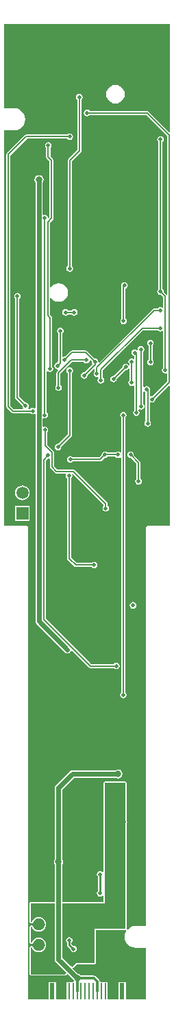
<source format=gbl>
%FSLAX25Y25*%
%MOIN*%
G70*
G01*
G75*
G04 Layer_Physical_Order=2*
G04 Layer_Color=16711680*
%ADD10R,0.00984X0.03150*%
%ADD11R,0.03150X0.00984*%
%ADD12R,0.17716X0.17716*%
%ADD13R,0.07874X0.07874*%
%ADD14R,0.02362X0.02756*%
%ADD15R,0.02756X0.02362*%
%ADD16R,0.03150X0.03937*%
%ADD17R,0.02559X0.02165*%
%ADD18R,0.02165X0.02559*%
%ADD19R,0.03543X0.03150*%
%ADD20R,0.03543X0.03150*%
%ADD21R,0.01575X0.03937*%
%ADD22O,0.01181X0.07874*%
%ADD23R,0.01181X0.07874*%
%ADD24R,0.03937X0.01575*%
%ADD25R,0.02362X0.07874*%
%ADD26R,0.01063X0.07874*%
%ADD27R,0.05906X0.12992*%
%ADD28R,0.05906X0.03937*%
%ADD29R,0.03150X0.02559*%
%ADD30R,0.05118X0.15748*%
%ADD31C,0.05906*%
%ADD32R,0.03150X0.03543*%
%ADD33R,0.03150X0.03543*%
%ADD34R,0.06299X0.07480*%
%ADD35R,0.02756X0.13386*%
%ADD36R,0.07874X0.10000*%
%ADD37R,0.11417X0.11417*%
%ADD38C,0.00787*%
%ADD39C,0.01575*%
%ADD40C,0.02362*%
%ADD41C,0.01000*%
%ADD42C,0.01181*%
%ADD43R,0.05906X0.05906*%
%ADD44C,0.01969*%
%ADD45C,0.03150*%
%ADD46C,0.02756*%
G36*
X60180Y-441588D02*
X60316Y-441765D01*
X60434Y-442051D01*
X60318Y-442202D01*
X59782Y-443495D01*
X59600Y-444882D01*
X59782Y-446270D01*
X60318Y-447563D01*
X61170Y-448673D01*
X62280Y-449525D01*
X63573Y-450060D01*
X64961Y-450243D01*
Y-450216D01*
X69863D01*
Y-475375D01*
X60210D01*
Y-466812D01*
X56666D01*
Y-475375D01*
X51410D01*
Y-466812D01*
X48673D01*
X47556Y-466589D01*
X47464Y-466128D01*
X47203Y-465737D01*
X47203Y-465737D01*
X45496Y-464030D01*
X45105Y-463769D01*
X44644Y-463678D01*
X44644Y-463678D01*
X38360D01*
X38122Y-463321D01*
X37406Y-462842D01*
X36994Y-462760D01*
X34370Y-460136D01*
X34400Y-460070D01*
D01*
X34400D01*
D01*
D01*
X34400Y-460070D01*
D01*
X34512Y-459973D01*
X34649Y-459916D01*
X36406Y-458159D01*
X44833D01*
X44951Y-458110D01*
X45078Y-458110D01*
X45168Y-458073D01*
D01*
D01*
X45168Y-458073D01*
X45258Y-457983D01*
X45285Y-457972D01*
X45297Y-457944D01*
X45341Y-457900D01*
X45385Y-457856D01*
X45413Y-457844D01*
X45424Y-457817D01*
X45514Y-457727D01*
X45514Y-457727D01*
X45514Y-457727D01*
Y-457727D01*
Y-457727D01*
X45514D01*
X45514D01*
X45514Y-457727D01*
Y-457727D01*
X45551Y-457637D01*
Y-457582D01*
X45600Y-457393D01*
X45600Y-457393D01*
X45600Y-457393D01*
Y-441663D01*
X59873D01*
X59935Y-441637D01*
X60000D01*
X60055Y-441614D01*
X60118D01*
X60180Y-441588D01*
X60180Y-441588D01*
D02*
G37*
G36*
X25674Y-455801D02*
X25811Y-456493D01*
X26203Y-457079D01*
X31393Y-462268D01*
X31143Y-462519D01*
X30680Y-462981D01*
X30463Y-463071D01*
X14104D01*
X14014Y-463034D01*
X13976Y-462944D01*
Y-450246D01*
X14378Y-449949D01*
X14562Y-450004D01*
X14795Y-450567D01*
X15363Y-451307D01*
X16103Y-451875D01*
X16965Y-452232D01*
X17890Y-452354D01*
X18815Y-452232D01*
X19677Y-451875D01*
X20417Y-451307D01*
X20985Y-450567D01*
X21342Y-449705D01*
X21464Y-448780D01*
X21342Y-447855D01*
X20985Y-446993D01*
X20417Y-446253D01*
X19677Y-445685D01*
X18815Y-445328D01*
X17890Y-445206D01*
X16965Y-445328D01*
X16103Y-445685D01*
X15363Y-446253D01*
X14795Y-446993D01*
X14562Y-447556D01*
X14378Y-447611D01*
X13976Y-447314D01*
Y-440246D01*
X14378Y-439949D01*
X14562Y-440004D01*
X14795Y-440567D01*
X15363Y-441307D01*
X16103Y-441875D01*
X16965Y-442232D01*
X17890Y-442354D01*
X18815Y-442232D01*
X19677Y-441875D01*
X20417Y-441307D01*
X20985Y-440567D01*
X21342Y-439705D01*
X21464Y-438780D01*
X21342Y-437855D01*
X20985Y-436993D01*
X20417Y-436253D01*
X19677Y-435685D01*
X18815Y-435328D01*
X17890Y-435206D01*
X16965Y-435328D01*
X16103Y-435685D01*
X15363Y-436253D01*
X14795Y-436993D01*
X14562Y-437556D01*
X14378Y-437611D01*
X13976Y-437314D01*
Y-428631D01*
X14014Y-428541D01*
X14104Y-428504D01*
X25674D01*
Y-455801D01*
D02*
G37*
G36*
X59963Y-370037D02*
X60000Y-370127D01*
Y-388292D01*
Y-389814D01*
Y-440998D01*
X59935D01*
X59873Y-441024D01*
X44961D01*
Y-441663D01*
X44961Y-441663D01*
X44961D01*
Y-457393D01*
X44923Y-457482D01*
X44833Y-457520D01*
X36102D01*
Y-457559D01*
X35954Y-457707D01*
X34197Y-459464D01*
X33197Y-458964D01*
X29287Y-455053D01*
Y-428504D01*
X50000D01*
Y-370127D01*
X50037Y-370037D01*
X50127Y-370000D01*
X59873D01*
X59963Y-370037D01*
D02*
G37*
G36*
X81674Y-53223D02*
X81212Y-53415D01*
X71261Y-43464D01*
X70935Y-43246D01*
X70551Y-43170D01*
X42601D01*
X42513Y-43038D01*
X41992Y-42690D01*
X41378Y-42568D01*
X40764Y-42690D01*
X40243Y-43038D01*
X39895Y-43559D01*
X39772Y-44173D01*
X39895Y-44788D01*
X40243Y-45309D01*
X40764Y-45657D01*
X41378Y-45779D01*
X41992Y-45657D01*
X42513Y-45309D01*
X42601Y-45177D01*
X70135D01*
X80296Y-55337D01*
Y-132263D01*
X79834Y-132455D01*
X78605Y-131226D01*
X78636Y-131070D01*
X78513Y-130456D01*
X78165Y-129935D01*
X78034Y-129847D01*
Y-58254D01*
X78165Y-58165D01*
X78513Y-57644D01*
X78636Y-57030D01*
X78513Y-56415D01*
X78165Y-55895D01*
X77644Y-55547D01*
X77030Y-55424D01*
X76415Y-55547D01*
X75895Y-55895D01*
X75547Y-56415D01*
X75424Y-57030D01*
X75547Y-57644D01*
X75895Y-58165D01*
X76026Y-58254D01*
Y-129847D01*
X75895Y-129935D01*
X75547Y-130456D01*
X75424Y-131070D01*
X75547Y-131685D01*
X75895Y-132205D01*
X76415Y-132553D01*
X77030Y-132676D01*
X77185Y-132645D01*
X78327Y-133786D01*
Y-138562D01*
X77886Y-138798D01*
X77644Y-138637D01*
X77030Y-138514D01*
X76415Y-138637D01*
X75895Y-138985D01*
X75806Y-139117D01*
X74014D01*
X73630Y-139193D01*
X73522Y-139265D01*
X73304Y-139410D01*
X47234Y-165481D01*
X46793Y-165245D01*
X46802Y-165197D01*
X46680Y-164582D01*
X46332Y-164061D01*
X45811Y-163713D01*
X45197Y-163591D01*
X45041Y-163622D01*
X41379Y-159960D01*
X41053Y-159742D01*
X40669Y-159666D01*
X34016D01*
X33632Y-159742D01*
X33306Y-159960D01*
X30542Y-162724D01*
X30386Y-162693D01*
X29772Y-162815D01*
X29350Y-162590D01*
Y-151420D01*
X29482Y-151332D01*
X29830Y-150811D01*
X29952Y-150197D01*
X29830Y-149582D01*
X29482Y-149062D01*
X28961Y-148713D01*
X28346Y-148591D01*
X27732Y-148713D01*
X27211Y-149062D01*
X26863Y-149582D01*
X26741Y-150197D01*
X26863Y-150811D01*
X27211Y-151332D01*
X27343Y-151420D01*
Y-164310D01*
X27087Y-165599D01*
X26472Y-165721D01*
X25951Y-166069D01*
X25603Y-166590D01*
X25481Y-167205D01*
X25603Y-167819D01*
X25951Y-168340D01*
X26472Y-168688D01*
X27087Y-168810D01*
X27192Y-169341D01*
X26731Y-169802D01*
X26514Y-170128D01*
X26437Y-170512D01*
X26437Y-170512D01*
X26437D01*
X26437Y-170512D01*
X26437D01*
Y-176572D01*
X26306Y-176660D01*
X25958Y-177181D01*
X25835Y-177795D01*
X25958Y-178410D01*
X26306Y-178931D01*
X26827Y-179279D01*
X27441Y-179401D01*
X28055Y-179279D01*
X28576Y-178931D01*
X28924Y-178410D01*
X29047Y-177795D01*
X28924Y-177181D01*
X28576Y-176660D01*
X28444Y-176572D01*
Y-170928D01*
X33977Y-165395D01*
X39779D01*
X39867Y-165527D01*
X40388Y-165875D01*
X41002Y-165997D01*
X41617Y-165875D01*
X42138Y-165527D01*
X42486Y-165006D01*
X42565Y-164608D01*
X43043Y-164462D01*
X43622Y-165041D01*
X43591Y-165197D01*
X43713Y-165811D01*
X44045Y-166307D01*
X40116Y-170236D01*
X39961Y-170205D01*
X39346Y-170328D01*
X38825Y-170676D01*
X38477Y-171197D01*
X38355Y-171811D01*
X38477Y-172425D01*
X38825Y-172946D01*
X39346Y-173294D01*
X39961Y-173417D01*
X40575Y-173294D01*
X41096Y-172946D01*
X41444Y-172425D01*
X41566Y-171811D01*
X41535Y-171655D01*
X44669Y-168522D01*
X45131Y-168713D01*
Y-169729D01*
X44999Y-169817D01*
X44651Y-170338D01*
X44529Y-170952D01*
X44651Y-171567D01*
X44999Y-172088D01*
X45520Y-172435D01*
X46134Y-172558D01*
X46713Y-172443D01*
X47100Y-172760D01*
D01*
X46935Y-172998D01*
X46935Y-172998D01*
X46587Y-173519D01*
X46465Y-174134D01*
X46587Y-174748D01*
X46935Y-175269D01*
X47456Y-175617D01*
X48071Y-175739D01*
X48685Y-175617D01*
X49206Y-175269D01*
X49554Y-174748D01*
X49676Y-174134D01*
X49554Y-173519D01*
X49206Y-172998D01*
X49106Y-172932D01*
Y-170105D01*
X49074Y-169943D01*
Y-169365D01*
X68606Y-149834D01*
X75806D01*
X75895Y-149965D01*
X76415Y-150313D01*
X77030Y-150436D01*
X77644Y-150313D01*
X77886Y-150152D01*
X78327Y-150388D01*
Y-168028D01*
X78195Y-168116D01*
X77847Y-168637D01*
X77725Y-169252D01*
X77847Y-169866D01*
X78195Y-170387D01*
X78716Y-170735D01*
X79331Y-170857D01*
X79909Y-170742D01*
X80296Y-171059D01*
Y-174702D01*
X73148Y-181851D01*
X72992Y-181820D01*
X72378Y-181942D01*
X72264Y-182017D01*
X71824Y-181782D01*
Y-179218D01*
X71838Y-179197D01*
X71960Y-178583D01*
X71838Y-177968D01*
X71490Y-177447D01*
X70969Y-177099D01*
X70354Y-176977D01*
X69740Y-177099D01*
X69219Y-177447D01*
X69159Y-177537D01*
X68681Y-177392D01*
Y-160278D01*
X68694Y-160269D01*
X69042Y-159748D01*
X69165Y-159134D01*
X69042Y-158519D01*
X68694Y-157999D01*
X68173Y-157650D01*
X67559Y-157528D01*
X66945Y-157650D01*
X66424Y-157999D01*
X66076Y-158519D01*
X65953Y-159134D01*
X65980Y-159269D01*
X65565Y-159547D01*
X65142Y-159265D01*
X64528Y-159142D01*
X63913Y-159265D01*
X63392Y-159613D01*
X63044Y-160134D01*
X62922Y-160748D01*
X63044Y-161363D01*
X63392Y-161883D01*
X63913Y-162232D01*
X64311Y-162311D01*
Y-163523D01*
X63871Y-163758D01*
X63685Y-163635D01*
X63071Y-163513D01*
X62456Y-163635D01*
X61936Y-163983D01*
X61587Y-164504D01*
X61465Y-165118D01*
X61587Y-165733D01*
X61936Y-166253D01*
X62013Y-166305D01*
X61939Y-166800D01*
X61589Y-166906D01*
X61293Y-166463D01*
X60772Y-166115D01*
X60158Y-165993D01*
X59543Y-166115D01*
X59022Y-166463D01*
X58674Y-166984D01*
X58552Y-167598D01*
X58583Y-167754D01*
X54329Y-172008D01*
X54173Y-171977D01*
X53559Y-172099D01*
X53038Y-172447D01*
X52690Y-172968D01*
X52568Y-173583D01*
X52690Y-174197D01*
X53038Y-174718D01*
X53559Y-175066D01*
X54173Y-175188D01*
X54788Y-175066D01*
X55309Y-174718D01*
X55657Y-174197D01*
X55779Y-173583D01*
X55748Y-173427D01*
X60002Y-169173D01*
X60158Y-169204D01*
X60772Y-169082D01*
X61293Y-168734D01*
X61589Y-168291D01*
X62067Y-168436D01*
Y-174091D01*
X61936Y-174180D01*
X61587Y-174700D01*
X61465Y-175315D01*
X61587Y-175929D01*
X61936Y-176450D01*
X62456Y-176798D01*
X63071Y-176921D01*
X63685Y-176798D01*
X63871Y-176675D01*
X64311Y-176910D01*
Y-188698D01*
X64180Y-188786D01*
X63832Y-189307D01*
X63709Y-189921D01*
X63832Y-190536D01*
X64180Y-191057D01*
X64701Y-191405D01*
X65315Y-191527D01*
X65929Y-191405D01*
X66450Y-191057D01*
X66798Y-190536D01*
X66921Y-189921D01*
X66798Y-189307D01*
X66450Y-188786D01*
X66319Y-188698D01*
Y-188406D01*
X66760Y-188171D01*
X67063Y-188373D01*
X67677Y-188495D01*
X68292Y-188373D01*
X68813Y-188025D01*
X69161Y-187504D01*
X69283Y-186890D01*
X69161Y-186275D01*
X68813Y-185754D01*
X68681Y-185666D01*
Y-179774D01*
X69159Y-179629D01*
X69219Y-179718D01*
X69740Y-180066D01*
X69816Y-180081D01*
Y-193980D01*
X69685Y-194068D01*
X69337Y-194589D01*
X69214Y-195204D01*
X69337Y-195818D01*
X69685Y-196339D01*
X70205Y-196687D01*
X70820Y-196809D01*
X71434Y-196687D01*
X71955Y-196339D01*
X72303Y-195818D01*
X72426Y-195204D01*
X72303Y-194589D01*
X71955Y-194068D01*
X71824Y-193980D01*
Y-185069D01*
X72264Y-184833D01*
X72378Y-184909D01*
X72992Y-185031D01*
X73607Y-184909D01*
X74128Y-184561D01*
X74476Y-184040D01*
X74598Y-183425D01*
X74567Y-183270D01*
X81212Y-176625D01*
X81674Y-176816D01*
Y-245060D01*
X70866D01*
X70482Y-245136D01*
X70157Y-245354D01*
X69939Y-245679D01*
X69863Y-246063D01*
Y-439548D01*
X64961D01*
Y-439521D01*
X63573Y-439704D01*
X62280Y-440239D01*
X61170Y-441091D01*
X61097Y-441187D01*
X60639Y-440998D01*
Y-389814D01*
X60737Y-389668D01*
X60859Y-389053D01*
X60737Y-388439D01*
X60639Y-388292D01*
Y-370127D01*
X60590Y-370010D01*
X60590Y-369882D01*
X60553Y-369793D01*
D01*
D01*
X60553Y-369793D01*
X60463Y-369703D01*
X60452Y-369675D01*
X60424Y-369664D01*
X60380Y-369620D01*
X60336Y-369576D01*
X60325Y-369548D01*
X60297Y-369537D01*
X60207Y-369447D01*
X60207Y-369447D01*
D01*
D01*
X60118Y-369409D01*
X59990Y-369409D01*
X59873Y-369361D01*
X50127D01*
X50010Y-369409D01*
X49883Y-369409D01*
X49793Y-369447D01*
D01*
D01*
X49793Y-369447D01*
X49703Y-369537D01*
X49675Y-369548D01*
X49664Y-369576D01*
X49620Y-369620D01*
X49576Y-369664D01*
X49548Y-369675D01*
X49537Y-369703D01*
X49447Y-369793D01*
X49447Y-369793D01*
D01*
D01*
X49409Y-369882D01*
X49409Y-370010D01*
X49361Y-370127D01*
Y-413233D01*
X48882Y-413378D01*
X48812Y-413274D01*
X48292Y-412926D01*
X47677Y-412804D01*
X47063Y-412926D01*
X46542Y-413274D01*
X46194Y-413795D01*
X46071Y-414409D01*
X46194Y-415024D01*
X46542Y-415545D01*
X46565Y-415560D01*
Y-422471D01*
X46542Y-422487D01*
X46194Y-423008D01*
X46071Y-423622D01*
X46194Y-424236D01*
X46542Y-424757D01*
X47063Y-425105D01*
X47677Y-425228D01*
X48292Y-425105D01*
X48812Y-424757D01*
X48882Y-424653D01*
X49361Y-424798D01*
Y-427865D01*
X29287D01*
Y-409580D01*
X29520Y-409231D01*
X29688Y-408386D01*
X29520Y-407541D01*
X29287Y-407192D01*
Y-373110D01*
X34961Y-367436D01*
X55223D01*
X55572Y-367670D01*
X56417Y-367838D01*
X57262Y-367670D01*
X57978Y-367191D01*
X58457Y-366475D01*
X58625Y-365630D01*
X58457Y-364785D01*
X57978Y-364069D01*
X57262Y-363590D01*
X56417Y-363422D01*
X55572Y-363590D01*
X55223Y-363824D01*
X34213D01*
X33521Y-363961D01*
X32935Y-364353D01*
X26203Y-371085D01*
X25811Y-371671D01*
X25674Y-372362D01*
X25674Y-372362D01*
X25674D01*
X25674Y-372362D01*
X25674D01*
Y-407192D01*
X25441Y-407541D01*
X25273Y-408386D01*
X25441Y-409231D01*
X25674Y-409580D01*
Y-427865D01*
X14104D01*
X13986Y-427913D01*
X13859Y-427913D01*
X13769Y-427951D01*
D01*
D01*
X13769Y-427951D01*
X13679Y-428041D01*
X13652Y-428052D01*
X13640Y-428080D01*
X13596Y-428124D01*
X13552Y-428168D01*
X13524Y-428179D01*
X13513Y-428207D01*
X13423Y-428297D01*
X13423Y-428297D01*
D01*
D01*
X13386Y-428386D01*
X13386Y-428514D01*
X13337Y-428631D01*
Y-437314D01*
X13356Y-437359D01*
X13344Y-437407D01*
X13447Y-437580D01*
X13524Y-437766D01*
X13570Y-437784D01*
X13596Y-437827D01*
X13997Y-438125D01*
X14045Y-438137D01*
X14077Y-438175D01*
X14277Y-438195D01*
X14472Y-438244D01*
X14514Y-438218D01*
X14564Y-438223D01*
X14748Y-438167D01*
X14773Y-438146D01*
X14807D01*
X14959Y-437994D01*
X15126Y-437857D01*
X15129Y-437824D01*
X15153Y-437800D01*
X15353Y-437315D01*
X15819Y-436709D01*
X16425Y-436243D01*
X17132Y-435951D01*
X17890Y-435851D01*
X18648Y-435951D01*
X19355Y-436243D01*
X19961Y-436709D01*
X20427Y-437315D01*
X20719Y-438022D01*
X20819Y-438780D01*
X20719Y-439538D01*
X20427Y-440245D01*
X19961Y-440851D01*
X19355Y-441317D01*
X18648Y-441609D01*
X17890Y-441709D01*
X17132Y-441609D01*
X16425Y-441317D01*
X15819Y-440851D01*
X15353Y-440245D01*
X15152Y-439760D01*
X15129Y-439736D01*
X15126Y-439703D01*
X14959Y-439566D01*
X14807Y-439414D01*
X14773D01*
X14747Y-439393D01*
X14563Y-439337D01*
X14514Y-439342D01*
X14472Y-439316D01*
X14277Y-439365D01*
X14077Y-439385D01*
X14045Y-439423D01*
X13997Y-439435D01*
X13596Y-439733D01*
X13570Y-439776D01*
X13524Y-439794D01*
X13447Y-439980D01*
X13344Y-440153D01*
X13356Y-440201D01*
X13337Y-440246D01*
Y-447314D01*
X13356Y-447359D01*
X13344Y-447407D01*
X13447Y-447580D01*
X13524Y-447766D01*
X13570Y-447785D01*
X13596Y-447827D01*
X13997Y-448125D01*
X14045Y-448137D01*
X14077Y-448175D01*
X14277Y-448195D01*
X14472Y-448244D01*
X14514Y-448218D01*
X14564Y-448223D01*
X14748Y-448167D01*
X14773Y-448146D01*
X14807D01*
X14959Y-447994D01*
X15126Y-447857D01*
X15129Y-447824D01*
X15153Y-447800D01*
X15353Y-447315D01*
X15819Y-446709D01*
X16425Y-446243D01*
X17132Y-445951D01*
X17890Y-445851D01*
X18648Y-445951D01*
X19355Y-446243D01*
X19961Y-446709D01*
X20427Y-447315D01*
X20719Y-448022D01*
X20819Y-448780D01*
X20719Y-449538D01*
X20427Y-450245D01*
X19961Y-450851D01*
X19355Y-451317D01*
X18648Y-451609D01*
X17890Y-451709D01*
X17132Y-451609D01*
X16425Y-451317D01*
X15819Y-450851D01*
X15353Y-450245D01*
X15152Y-449760D01*
X15129Y-449736D01*
X15126Y-449703D01*
X14959Y-449566D01*
X14807Y-449414D01*
X14773D01*
X14747Y-449393D01*
X14563Y-449337D01*
X14514Y-449342D01*
X14472Y-449316D01*
X14277Y-449365D01*
X14077Y-449385D01*
X14045Y-449423D01*
X13997Y-449435D01*
X13596Y-449733D01*
X13570Y-449776D01*
X13524Y-449794D01*
X13447Y-449980D01*
X13344Y-450153D01*
X13356Y-450201D01*
X13337Y-450246D01*
Y-462944D01*
X13386Y-463061D01*
X13386Y-463188D01*
X13423Y-463278D01*
D01*
D01*
X13423Y-463278D01*
X13513Y-463368D01*
X13524Y-463396D01*
X13552Y-463407D01*
X13596Y-463451D01*
X13640Y-463495D01*
X13652Y-463523D01*
X13679Y-463534D01*
X13769Y-463624D01*
X13769Y-463624D01*
D01*
D01*
X13859Y-463661D01*
X13986Y-463661D01*
X14104Y-463710D01*
X30463D01*
X30581Y-463661D01*
X30708D01*
X30925Y-463572D01*
X31015Y-463482D01*
X31132Y-463433D01*
X31595Y-462971D01*
X31595Y-462971D01*
Y-462971D01*
X32095Y-462971D01*
X34439Y-465315D01*
X34521Y-465727D01*
X34952Y-466371D01*
X34716Y-466812D01*
X31450D01*
Y-475375D01*
X26194D01*
Y-466812D01*
X22650D01*
Y-475375D01*
X12815D01*
Y-246063D01*
X12738Y-245679D01*
X12521Y-245354D01*
X12195Y-245136D01*
X11811Y-245060D01*
X1003D01*
Y-52578D01*
X5906D01*
Y-52605D01*
X7293Y-52422D01*
X8586Y-51887D01*
X9696Y-51035D01*
X10548Y-49924D01*
X11084Y-48632D01*
X11266Y-47244D01*
X11084Y-45857D01*
X10548Y-44564D01*
X9696Y-43453D01*
X8586Y-42601D01*
X7293Y-42066D01*
X5906Y-41883D01*
Y-41910D01*
X1003D01*
Y-1003D01*
X81674D01*
Y-53223D01*
D02*
G37*
%LPC*%
G36*
X9820Y-225296D02*
X8895Y-225418D01*
X8033Y-225775D01*
X7293Y-226343D01*
X6725Y-227083D01*
X6368Y-227945D01*
X6246Y-228870D01*
X6368Y-229795D01*
X6725Y-230657D01*
X7293Y-231397D01*
X8033Y-231965D01*
X8895Y-232322D01*
X9820Y-232444D01*
X10745Y-232322D01*
X11607Y-231965D01*
X12347Y-231397D01*
X12915Y-230657D01*
X13272Y-229795D01*
X13394Y-228870D01*
X13272Y-227945D01*
X12915Y-227083D01*
X12347Y-226343D01*
X11607Y-225775D01*
X10745Y-225418D01*
X9820Y-225296D01*
D02*
G37*
G36*
X62520Y-208788D02*
X61905Y-208910D01*
X61384Y-209258D01*
X61036Y-209779D01*
X60914Y-210394D01*
X61036Y-211008D01*
X61384Y-211529D01*
X61905Y-211877D01*
X62520Y-211999D01*
X62675Y-211968D01*
X65354Y-214647D01*
Y-222084D01*
X65222Y-222172D01*
X64874Y-222693D01*
X64752Y-223307D01*
X64874Y-223921D01*
X65222Y-224443D01*
X65743Y-224791D01*
X66358Y-224913D01*
X66972Y-224791D01*
X67493Y-224443D01*
X67841Y-223921D01*
X67963Y-223307D01*
X67841Y-222693D01*
X67493Y-222172D01*
X67361Y-222084D01*
Y-214232D01*
X67285Y-213848D01*
X67067Y-213522D01*
X64094Y-210549D01*
X64125Y-210394D01*
X64003Y-209779D01*
X63655Y-209258D01*
X63134Y-208910D01*
X62520Y-208788D01*
D02*
G37*
G36*
X13363Y-235327D02*
X6277D01*
Y-242413D01*
X13363D01*
Y-235327D01*
D02*
G37*
G36*
X32677Y-444969D02*
X32063Y-445091D01*
X31542Y-445439D01*
X31194Y-445960D01*
X31071Y-446575D01*
X31194Y-447189D01*
X31542Y-447710D01*
X31565Y-447726D01*
Y-448647D01*
X31565Y-448647D01*
X31650Y-449072D01*
X31891Y-449433D01*
X33210Y-450752D01*
X33205Y-450780D01*
X33327Y-451395D01*
X33675Y-451915D01*
X34196Y-452263D01*
X34811Y-452386D01*
X35425Y-452263D01*
X35946Y-451915D01*
X36294Y-451395D01*
X36416Y-450780D01*
X36294Y-450166D01*
X35946Y-449645D01*
X35425Y-449297D01*
X34811Y-449174D01*
X34783Y-449180D01*
X33789Y-448186D01*
Y-447726D01*
X33812Y-447710D01*
X34161Y-447189D01*
X34283Y-446575D01*
X34161Y-445960D01*
X33812Y-445439D01*
X33292Y-445091D01*
X32677Y-444969D01*
D02*
G37*
G36*
X63682Y-282037D02*
X63068Y-282159D01*
X62547Y-282507D01*
X62199Y-283028D01*
X62076Y-283643D01*
X62199Y-284257D01*
X62547Y-284778D01*
X63068Y-285126D01*
X63682Y-285248D01*
X64297Y-285126D01*
X64818Y-284778D01*
X65166Y-284257D01*
X65288Y-283643D01*
X65166Y-283028D01*
X64818Y-282507D01*
X64297Y-282159D01*
X63682Y-282037D01*
D02*
G37*
G36*
X37600Y-34888D02*
X36986Y-35011D01*
X36465Y-35359D01*
X36117Y-35880D01*
X35995Y-36494D01*
X36117Y-37109D01*
X36465Y-37630D01*
X36597Y-37718D01*
Y-62063D01*
X32204Y-66456D01*
X31986Y-66781D01*
X31910Y-67165D01*
Y-118619D01*
X31778Y-118707D01*
X31430Y-119228D01*
X31308Y-119843D01*
X31430Y-120457D01*
X31778Y-120978D01*
X32299Y-121326D01*
X32913Y-121448D01*
X33528Y-121326D01*
X34049Y-120978D01*
X34397Y-120457D01*
X34519Y-119843D01*
X34397Y-119228D01*
X34049Y-118707D01*
X33917Y-118619D01*
Y-67581D01*
X38310Y-63188D01*
X38527Y-62862D01*
X38604Y-62478D01*
X38604Y-62478D01*
X38604Y-62478D01*
Y-62478D01*
Y-37718D01*
X38736Y-37630D01*
X39084Y-37109D01*
X39206Y-36494D01*
X39084Y-35880D01*
X38736Y-35359D01*
X38215Y-35011D01*
X37600Y-34888D01*
D02*
G37*
G36*
X30945Y-139575D02*
X30330Y-139697D01*
X29809Y-140045D01*
X29461Y-140566D01*
X29339Y-141181D01*
X29461Y-141795D01*
X29809Y-142316D01*
X30330Y-142664D01*
X30945Y-142787D01*
X31559Y-142664D01*
X32080Y-142316D01*
X32168Y-142185D01*
X33855D01*
X33943Y-142316D01*
X34464Y-142665D01*
X35079Y-142787D01*
X35693Y-142665D01*
X36214Y-142316D01*
X36562Y-141796D01*
X36684Y-141181D01*
X36562Y-140567D01*
X36214Y-140046D01*
X35693Y-139698D01*
X35079Y-139576D01*
X34464Y-139698D01*
X33943Y-140046D01*
X33855Y-140178D01*
X32168D01*
X32080Y-140045D01*
X31559Y-139697D01*
X30945Y-139575D01*
D02*
G37*
G36*
X55118Y-30473D02*
X53936Y-30628D01*
X52835Y-31085D01*
X51889Y-31810D01*
X51163Y-32756D01*
X50707Y-33858D01*
X50551Y-35039D01*
X50707Y-36221D01*
X51163Y-37323D01*
X51889Y-38269D01*
X52835Y-38994D01*
X53936Y-39450D01*
X55118Y-39606D01*
X56300Y-39450D01*
X57402Y-38994D01*
X58347Y-38269D01*
X59073Y-37323D01*
X59529Y-36221D01*
X59685Y-35039D01*
X59529Y-33858D01*
X59073Y-32756D01*
X58347Y-31810D01*
X57402Y-31085D01*
X56300Y-30628D01*
X55118Y-30473D01*
D02*
G37*
G36*
X32913Y-54103D02*
X32299Y-54225D01*
X31778Y-54573D01*
X31690Y-54705D01*
X11772D01*
X11388Y-54782D01*
X11280Y-54854D01*
X11062Y-54999D01*
X2401Y-63661D01*
X2183Y-63986D01*
X2107Y-64370D01*
Y-186969D01*
X2107Y-186969D01*
X2107D01*
X2183Y-187353D01*
X2401Y-187678D01*
X4527Y-189804D01*
X4852Y-190022D01*
X5236Y-190098D01*
X13619D01*
X13707Y-190230D01*
X14228Y-190578D01*
X14842Y-190700D01*
X15457Y-190578D01*
X15745Y-190386D01*
X16186Y-190621D01*
Y-291339D01*
X16323Y-292030D01*
X16715Y-292616D01*
X30534Y-306435D01*
X31120Y-306826D01*
X31811Y-306964D01*
X32502Y-306826D01*
X33088Y-306435D01*
X33480Y-305849D01*
X33487Y-305814D01*
X33965Y-305669D01*
X42116Y-313820D01*
X42334Y-313965D01*
X42442Y-314037D01*
X42826Y-314114D01*
X54367D01*
X54455Y-314246D01*
X54976Y-314594D01*
X55590Y-314716D01*
X56205Y-314594D01*
X56726Y-314246D01*
X57074Y-313725D01*
X57196Y-313110D01*
X57074Y-312496D01*
X56726Y-311975D01*
X56205Y-311627D01*
X55590Y-311505D01*
X54976Y-311627D01*
X54455Y-311975D01*
X54367Y-312107D01*
X43242D01*
X21161Y-290026D01*
Y-213329D01*
X22207Y-212283D01*
X22362Y-212314D01*
X22941Y-212199D01*
X23327Y-212516D01*
Y-216339D01*
X23327Y-216339D01*
X23327D01*
X23404Y-216723D01*
X23621Y-217048D01*
X25747Y-219174D01*
X25965Y-219320D01*
X26073Y-219392D01*
X26457Y-219468D01*
X30937D01*
X31173Y-219909D01*
X31076Y-220055D01*
X30953Y-220669D01*
X31076Y-221284D01*
X31424Y-221805D01*
X31556Y-221893D01*
Y-260748D01*
X31556Y-260748D01*
X31556D01*
X31632Y-261132D01*
X31850Y-261458D01*
X35117Y-264725D01*
X35335Y-264871D01*
X35443Y-264943D01*
X35827Y-265019D01*
X43580D01*
X43668Y-265151D01*
X44189Y-265499D01*
X44803Y-265621D01*
X45418Y-265499D01*
X45939Y-265151D01*
X46287Y-264630D01*
X46409Y-264016D01*
X46287Y-263401D01*
X45939Y-262880D01*
X45418Y-262532D01*
X44803Y-262410D01*
X44189Y-262532D01*
X43668Y-262880D01*
X43580Y-263012D01*
X36242D01*
X33563Y-260332D01*
Y-221893D01*
X33694Y-221805D01*
X34043Y-221284D01*
X34165Y-220669D01*
X34043Y-220055D01*
X33900Y-219842D01*
X34287Y-219525D01*
X49469Y-234707D01*
Y-235233D01*
X49337Y-235321D01*
X48989Y-235842D01*
X48867Y-236456D01*
X48989Y-237071D01*
X49337Y-237592D01*
X49858Y-237940D01*
X50472Y-238062D01*
X51087Y-237940D01*
X51608Y-237592D01*
X51956Y-237071D01*
X52078Y-236456D01*
X51956Y-235842D01*
X51608Y-235321D01*
X51476Y-235233D01*
Y-234291D01*
X51412Y-233971D01*
X51399Y-233907D01*
X51182Y-233582D01*
X35355Y-217755D01*
X35030Y-217537D01*
X34646Y-217461D01*
X26872D01*
X25334Y-215923D01*
Y-209370D01*
X25258Y-208986D01*
X25040Y-208661D01*
X21870Y-205490D01*
Y-199491D01*
X22002Y-199403D01*
X22350Y-198882D01*
X22472Y-198268D01*
X22350Y-197653D01*
X22002Y-197132D01*
X21481Y-196784D01*
X20866Y-196662D01*
X20252Y-196784D01*
X20240Y-196792D01*
X19798Y-196557D01*
Y-192876D01*
X20185Y-192559D01*
Y-192559D01*
D01*
X20800Y-192681D01*
X21414Y-192559D01*
X21935Y-192211D01*
X22283Y-191690D01*
X22405Y-191075D01*
X22283Y-190461D01*
X21935Y-189940D01*
X21803Y-189852D01*
Y-170015D01*
X22244Y-169780D01*
X22614Y-170027D01*
X23228Y-170149D01*
X23843Y-170027D01*
X24364Y-169679D01*
X24712Y-169158D01*
X24834Y-168543D01*
X24712Y-167929D01*
X24364Y-167408D01*
X24232Y-167320D01*
Y-143740D01*
X24156Y-143356D01*
X23938Y-143031D01*
X23181Y-142274D01*
Y-134006D01*
X23655Y-133845D01*
X24330Y-134725D01*
X25276Y-135451D01*
X26377Y-135907D01*
X27559Y-136063D01*
X28741Y-135907D01*
X29842Y-135451D01*
X30788Y-134725D01*
X31514Y-133779D01*
X31970Y-132678D01*
X32126Y-131496D01*
X31970Y-130314D01*
X31514Y-129213D01*
X30788Y-128267D01*
X29842Y-127541D01*
X28741Y-127085D01*
X27559Y-126929D01*
X26377Y-127085D01*
X25276Y-127541D01*
X24330Y-128267D01*
X23655Y-129147D01*
X23181Y-128986D01*
Y-97648D01*
X24725Y-96103D01*
X24943Y-95778D01*
X25019Y-95394D01*
Y-67244D01*
X24943Y-66860D01*
X24725Y-66535D01*
X23484Y-65293D01*
Y-61224D01*
X23616Y-61135D01*
X23964Y-60615D01*
X24086Y-60000D01*
X23964Y-59386D01*
X23616Y-58865D01*
X23095Y-58517D01*
X22480Y-58394D01*
X21866Y-58517D01*
X21345Y-58865D01*
X20997Y-59386D01*
X20875Y-60000D01*
X20997Y-60615D01*
X21345Y-61135D01*
X21477Y-61224D01*
Y-65709D01*
X21477Y-65709D01*
X21477D01*
X21553Y-66093D01*
X21771Y-66418D01*
X23012Y-67660D01*
Y-94800D01*
X22611Y-95097D01*
X22349Y-95018D01*
X22283Y-94688D01*
X21935Y-94167D01*
X21414Y-93819D01*
X20800Y-93697D01*
X20185Y-93819D01*
X19798Y-93502D01*
Y-77808D01*
X20032Y-77459D01*
X20200Y-76614D01*
X20032Y-75769D01*
X19553Y-75053D01*
X18837Y-74575D01*
X17992Y-74406D01*
X17147Y-74575D01*
X16431Y-75053D01*
X15952Y-75769D01*
X15784Y-76614D01*
X15952Y-77459D01*
X16186Y-77808D01*
Y-187568D01*
X15745Y-187803D01*
X15457Y-187611D01*
X14842Y-187489D01*
X14228Y-187611D01*
X13707Y-187959D01*
X13619Y-188091D01*
X12894D01*
X12658Y-187650D01*
X12940Y-187228D01*
X13062Y-186614D01*
X12940Y-185999D01*
X12592Y-185478D01*
X12071Y-185130D01*
X11457Y-185008D01*
X11301Y-185039D01*
X8326Y-182065D01*
Y-134609D01*
X8576Y-134442D01*
X8924Y-133921D01*
X9047Y-133307D01*
X8924Y-132692D01*
X8576Y-132171D01*
X8055Y-131823D01*
X7441Y-131701D01*
X6826Y-131823D01*
X6306Y-132171D01*
X5957Y-132692D01*
X5835Y-133307D01*
X5957Y-133921D01*
X6306Y-134442D01*
X6319Y-134451D01*
Y-182480D01*
X6319Y-182480D01*
X6319D01*
X6396Y-182864D01*
X6613Y-183190D01*
X9882Y-186459D01*
X9851Y-186614D01*
X9973Y-187228D01*
X10255Y-187650D01*
X10019Y-188091D01*
X5652D01*
X4114Y-186553D01*
Y-64786D01*
X12187Y-56712D01*
X31690D01*
X31778Y-56844D01*
X32299Y-57192D01*
X32913Y-57314D01*
X33528Y-57192D01*
X34049Y-56844D01*
X34397Y-56323D01*
X34519Y-55709D01*
X34397Y-55094D01*
X34049Y-54573D01*
X33528Y-54225D01*
X32913Y-54103D01*
D02*
G37*
G36*
Y-167883D02*
X32299Y-168005D01*
X31778Y-168353D01*
X31430Y-168874D01*
X31308Y-169488D01*
X31430Y-170103D01*
X31778Y-170624D01*
X31910Y-170712D01*
Y-200490D01*
X27360Y-205039D01*
X27205Y-205009D01*
X26590Y-205131D01*
X26069Y-205479D01*
X25721Y-206000D01*
X25599Y-206614D01*
X25721Y-207229D01*
X26069Y-207750D01*
X26590Y-208098D01*
X27205Y-208220D01*
X27819Y-208098D01*
X28340Y-207750D01*
X28688Y-207229D01*
X28810Y-206614D01*
X28779Y-206459D01*
X33623Y-201615D01*
X33841Y-201290D01*
X33917Y-200905D01*
X33917Y-200905D01*
X33917Y-200905D01*
Y-200905D01*
Y-170712D01*
X34049Y-170624D01*
X34397Y-170103D01*
X34519Y-169488D01*
X34397Y-168874D01*
X34049Y-168353D01*
X33528Y-168005D01*
X32913Y-167883D01*
D02*
G37*
G36*
X58976Y-189496D02*
X58362Y-189619D01*
X57841Y-189967D01*
X57493Y-190488D01*
X57371Y-191102D01*
X57493Y-191716D01*
X57841Y-192237D01*
X57973Y-192325D01*
Y-208939D01*
X57506Y-209251D01*
X56985Y-208903D01*
X56371Y-208781D01*
X55756Y-208903D01*
X55235Y-209251D01*
X55147Y-209383D01*
X51295D01*
X51207Y-209251D01*
X50686Y-208903D01*
X50072Y-208781D01*
X49457Y-208903D01*
X48936Y-209251D01*
X48588Y-209772D01*
X48466Y-210386D01*
X48497Y-210542D01*
X47385Y-211654D01*
X34452D01*
X34324Y-211463D01*
X33803Y-211115D01*
X33189Y-210992D01*
X32574Y-211115D01*
X32054Y-211463D01*
X31705Y-211983D01*
X31583Y-212598D01*
X31705Y-213212D01*
X32054Y-213733D01*
X32574Y-214081D01*
X33189Y-214204D01*
X33803Y-214081D01*
X34324Y-213733D01*
X34372Y-213661D01*
X47800D01*
X48184Y-213585D01*
X48510Y-213367D01*
X49916Y-211961D01*
X50072Y-211992D01*
X50686Y-211870D01*
X51207Y-211522D01*
X51295Y-211390D01*
X55147D01*
X55235Y-211522D01*
X55756Y-211870D01*
X56371Y-211992D01*
X56985Y-211870D01*
X57506Y-211522D01*
X57973Y-211834D01*
Y-325942D01*
X57841Y-326030D01*
X57493Y-326551D01*
X57371Y-327165D01*
X57493Y-327780D01*
X57841Y-328301D01*
X58362Y-328649D01*
X58976Y-328771D01*
X59591Y-328649D01*
X60112Y-328301D01*
X60460Y-327780D01*
X60582Y-327165D01*
X60460Y-326551D01*
X60112Y-326030D01*
X59980Y-325942D01*
Y-192325D01*
X60112Y-192237D01*
X60460Y-191716D01*
X60582Y-191102D01*
X60460Y-190488D01*
X60112Y-189967D01*
X59591Y-189619D01*
X58976Y-189496D01*
D02*
G37*
G36*
X59595Y-126415D02*
X58981Y-126537D01*
X58460Y-126885D01*
X58112Y-127406D01*
X57990Y-128021D01*
X58091Y-128530D01*
Y-144170D01*
X57959Y-144258D01*
X57611Y-144779D01*
X57489Y-145394D01*
X57611Y-146008D01*
X57959Y-146529D01*
X58480Y-146877D01*
X59095Y-146999D01*
X59709Y-146877D01*
X60230Y-146529D01*
X60578Y-146008D01*
X60700Y-145394D01*
X60578Y-144779D01*
X60230Y-144258D01*
X60098Y-144170D01*
Y-129526D01*
X60210Y-129504D01*
X60731Y-129156D01*
X61079Y-128635D01*
X61201Y-128021D01*
X61079Y-127406D01*
X60731Y-126885D01*
X60210Y-126537D01*
X59595Y-126415D01*
D02*
G37*
G36*
X72205Y-154497D02*
X71590Y-154619D01*
X71069Y-154967D01*
X70721Y-155488D01*
X70599Y-156102D01*
X70721Y-156717D01*
X71069Y-157238D01*
X71201Y-157326D01*
Y-164131D01*
X71069Y-164219D01*
X70721Y-164740D01*
X70599Y-165354D01*
X70721Y-165969D01*
X71069Y-166490D01*
X71590Y-166838D01*
X72205Y-166960D01*
X72819Y-166838D01*
X73340Y-166490D01*
X73688Y-165969D01*
X73810Y-165354D01*
X73688Y-164740D01*
X73340Y-164219D01*
X73208Y-164131D01*
Y-157326D01*
X73340Y-157238D01*
X73688Y-156717D01*
X73810Y-156102D01*
X73688Y-155488D01*
X73340Y-154967D01*
X72819Y-154619D01*
X72205Y-154497D01*
D02*
G37*
%LPD*%
D25*
X58438Y-471340D02*
D03*
X24422D02*
D03*
D26*
X42414D02*
D03*
X44383D02*
D03*
X46351D02*
D03*
X48320D02*
D03*
X50288D02*
D03*
X52257D02*
D03*
X40446D02*
D03*
X38477D02*
D03*
X36509D02*
D03*
X34540D02*
D03*
X32572D02*
D03*
X30603D02*
D03*
D31*
X9820Y-228870D02*
D03*
D38*
X58976Y-327165D02*
Y-191102D01*
X58976Y-191102D02*
X58976Y-191102D01*
X32913Y-200905D02*
Y-169488D01*
X27205Y-206614D02*
X32913Y-200905D01*
X30386Y-164299D02*
X34016Y-160669D01*
X40669D01*
X45197Y-165197D01*
X7323Y-133425D02*
X7441Y-133307D01*
X7323Y-182480D02*
Y-133425D01*
Y-182480D02*
X11456Y-186614D01*
X11457D01*
X3110Y-186969D02*
X5236Y-189094D01*
X3110Y-186969D02*
Y-64370D01*
X5236Y-189094D02*
X14842D01*
X59095Y-128522D02*
X59595Y-128021D01*
X59095Y-145394D02*
Y-128522D01*
X64528Y-160748D02*
X65315Y-161535D01*
Y-189921D02*
Y-161535D01*
X70354Y-178583D02*
X70820Y-179048D01*
Y-195204D02*
Y-179048D01*
X50472Y-236456D02*
Y-234291D01*
X35827Y-264016D02*
X44803D01*
X32559Y-260748D02*
Y-220669D01*
Y-260748D02*
X35827Y-264016D01*
X33189Y-212598D02*
X33249Y-212658D01*
X47800D01*
X50072Y-210386D01*
X74014Y-140120D02*
X77030D01*
X48071Y-174134D02*
X48110D01*
X11772Y-55709D02*
X32913D01*
X3110Y-64370D02*
X11772Y-55709D01*
X58958Y-327147D02*
X58976Y-327165D01*
X20157Y-290442D02*
Y-212913D01*
Y-290442D02*
X42826Y-313110D01*
X55590D01*
X20157Y-212913D02*
X22362Y-210709D01*
X34646Y-218465D02*
X50472Y-234291D01*
X26457Y-218465D02*
X34646D01*
X24331Y-216339D02*
X26457Y-218465D01*
X24331Y-216339D02*
Y-209370D01*
X20866Y-205906D02*
X24331Y-209370D01*
X20866Y-205906D02*
Y-198268D01*
X67677Y-186890D02*
Y-159252D01*
X67559Y-159134D02*
X67677Y-159252D01*
X28346Y-165945D02*
Y-150197D01*
X20800Y-191075D02*
Y-95303D01*
X27441Y-177795D02*
Y-170512D01*
X33561Y-164392D01*
X41002D01*
X27087Y-167205D02*
X28346Y-165945D01*
X23228Y-168543D02*
Y-143740D01*
X22178Y-142690D02*
X23228Y-143740D01*
X22178Y-142690D02*
Y-97232D01*
X24016Y-95394D01*
Y-67244D01*
X22480Y-65709D02*
X24016Y-67244D01*
X22480Y-65709D02*
Y-60000D01*
X50072Y-210386D02*
X56371D01*
X62520Y-210394D02*
X66358Y-214232D01*
Y-223307D02*
Y-214232D01*
X54173Y-173583D02*
X60158Y-167598D01*
X72205Y-165354D02*
Y-156102D01*
X39961Y-171811D02*
X45197Y-166575D01*
Y-165197D01*
X37600Y-62478D02*
Y-36494D01*
X32913Y-119843D02*
Y-67165D01*
X37600Y-62478D01*
X70551Y-44173D02*
X81299Y-54921D01*
X41378Y-44173D02*
X70551D01*
X72992Y-183425D02*
X81299Y-175118D01*
Y-54921D01*
X79331Y-169252D02*
Y-133371D01*
X77030Y-131070D02*
X79331Y-133371D01*
X77030Y-131070D02*
Y-57030D01*
X63071Y-175315D02*
Y-165118D01*
X30945Y-141181D02*
X30945Y-141181D01*
X35079D01*
X46134Y-170952D02*
Y-167999D01*
X74014Y-140120D01*
X48071Y-174134D02*
X48103Y-174101D01*
Y-170105D01*
X48071Y-170072D02*
X48103Y-170105D01*
X48071Y-170072D02*
Y-168950D01*
X68190Y-148830D01*
X77030D01*
D40*
X17992Y-291339D02*
X31811Y-305157D01*
X34213Y-365630D02*
X56417D01*
X27480Y-372362D02*
X34213Y-365630D01*
X27480Y-408386D02*
Y-372362D01*
X55630Y-365630D02*
X56417D01*
X27480Y-455801D02*
X36561Y-464882D01*
X27480Y-455801D02*
Y-408386D01*
X17992Y-291339D02*
Y-76614D01*
D41*
X47677Y-423622D02*
Y-414409D01*
X32677Y-448647D02*
Y-446575D01*
Y-448647D02*
X34811Y-450780D01*
D42*
X46351Y-471340D02*
Y-466589D01*
X44644Y-464882D02*
X46351Y-466589D01*
X36561Y-464882D02*
X44644D01*
X36509Y-471340D02*
Y-464934D01*
D43*
X9820Y-238870D02*
D03*
D44*
X46772Y-194016D02*
D03*
X39134Y-190669D02*
D03*
Y-194016D02*
D03*
X43622D02*
D03*
Y-190669D02*
D03*
X35748Y-194016D02*
D03*
X35787Y-190669D02*
D03*
X46772D02*
D03*
X43622Y-196929D02*
D03*
X39134D02*
D03*
X43622Y-187205D02*
D03*
X39134Y-187244D02*
D03*
X58976Y-191102D02*
D03*
X30386Y-164299D02*
D03*
X7441Y-133307D02*
D03*
X11457Y-186614D02*
D03*
X20800Y-191075D02*
D03*
X14842Y-189094D02*
D03*
X59095Y-145394D02*
D03*
X64528Y-160748D02*
D03*
X65315Y-189921D02*
D03*
X67559Y-159134D02*
D03*
X45197Y-165197D02*
D03*
X70820Y-195204D02*
D03*
X70354Y-178583D02*
D03*
X50472Y-236456D02*
D03*
X32559Y-220669D02*
D03*
X44803Y-264016D02*
D03*
X33189Y-212598D02*
D03*
X50072Y-210386D02*
D03*
X77030Y-140120D02*
D03*
X46134Y-170952D02*
D03*
X77030Y-148830D02*
D03*
X48071Y-174134D02*
D03*
X63682Y-283643D02*
D03*
X31811Y-305157D02*
D03*
X22480Y-60000D02*
D03*
X32913Y-55709D02*
D03*
X59595Y-128021D02*
D03*
X47677Y-414409D02*
D03*
Y-423622D02*
D03*
X49213Y-144803D02*
D03*
X30394Y-35512D02*
D03*
X43780Y-424882D02*
D03*
Y-420039D02*
D03*
X38819Y-424764D02*
D03*
Y-420079D02*
D03*
X32795Y-409449D02*
D03*
X15512Y-410000D02*
D03*
X14528Y-396260D02*
D03*
X36575Y-388583D02*
D03*
X35197Y-371024D02*
D03*
X35315Y-357441D02*
D03*
X47638Y-360591D02*
D03*
Y-354803D02*
D03*
X66850Y-461299D02*
D03*
X58701Y-457126D02*
D03*
X66850D02*
D03*
X62638Y-457087D02*
D03*
X67559Y-338976D02*
D03*
X40905Y-124764D02*
D03*
X75945Y-157874D02*
D03*
X12362Y-163150D02*
D03*
X10748Y-113504D02*
D03*
X54016Y-104646D02*
D03*
X61535Y-87087D02*
D03*
X53189Y-60984D02*
D03*
X46024Y-35984D02*
D03*
X74016Y-43780D02*
D03*
X2913Y-40472D02*
D03*
X3268Y-25197D02*
D03*
X2441Y-15827D02*
D03*
X32677Y-446575D02*
D03*
X34811Y-450780D02*
D03*
X59254Y-389053D02*
D03*
X56693Y-386575D02*
D03*
X56653Y-424173D02*
D03*
X58976Y-327165D02*
D03*
X74449Y-171102D02*
D03*
X55590Y-313110D02*
D03*
X22362Y-210709D02*
D03*
X20866Y-198268D02*
D03*
X67677Y-186890D02*
D03*
X28346Y-150197D02*
D03*
X23228Y-168543D02*
D03*
X20800Y-95303D02*
D03*
X27441Y-177795D02*
D03*
X41002Y-164392D02*
D03*
X27087Y-167205D02*
D03*
X56371Y-210386D02*
D03*
X62520Y-210394D02*
D03*
X66358Y-223307D02*
D03*
X54173Y-173583D02*
D03*
X60158Y-167598D02*
D03*
X72205Y-165354D02*
D03*
Y-156102D02*
D03*
X39961Y-171811D02*
D03*
X27205Y-206614D02*
D03*
X32913Y-169488D02*
D03*
Y-119843D02*
D03*
X37600Y-36494D02*
D03*
X72992Y-183425D02*
D03*
X41378Y-44173D02*
D03*
X79331Y-169252D02*
D03*
X77030Y-131070D02*
D03*
Y-57030D02*
D03*
X63071Y-175315D02*
D03*
Y-165118D02*
D03*
X30945Y-141181D02*
D03*
X35079Y-141181D02*
D03*
X57323Y-165512D02*
D03*
X58465Y-175945D02*
D03*
X12598Y-199331D02*
D03*
X3110Y-210394D02*
D03*
X28858Y-233701D02*
D03*
X22559Y-218701D02*
D03*
X64764Y-247165D02*
D03*
Y-253425D02*
D03*
Y-259764D02*
D03*
X24724Y-277205D02*
D03*
X34449D02*
D03*
X24724Y-285906D02*
D03*
X34449D02*
D03*
X49449Y-277205D02*
D03*
Y-285906D02*
D03*
X75118Y-207087D02*
D03*
X78031Y-213228D02*
D03*
D45*
X39567Y-430945D02*
D03*
X38937Y-461417D02*
D03*
X27441Y-365118D02*
D03*
X20039Y-365197D02*
D03*
X19961Y-385472D02*
D03*
X15236Y-413858D02*
D03*
X40748Y-415827D02*
D03*
X32047Y-424409D02*
D03*
X32323Y-417165D02*
D03*
X46968Y-396339D02*
D03*
X62283Y-366890D02*
D03*
X45039Y-381535D02*
D03*
Y-375630D02*
D03*
Y-370590D02*
D03*
X67165Y-366890D02*
D03*
X46968Y-401260D02*
D03*
Y-409410D02*
D03*
Y-390905D02*
D03*
X43465Y-433898D02*
D03*
X47874Y-430669D02*
D03*
X36561Y-464882D02*
D03*
X27480Y-408386D02*
D03*
X56417Y-365630D02*
D03*
X17992Y-76614D02*
D03*
D46*
X45512Y-248198D02*
D03*
Y-252922D02*
D03*
X40788Y-248198D02*
D03*
Y-252922D02*
D03*
M02*

</source>
